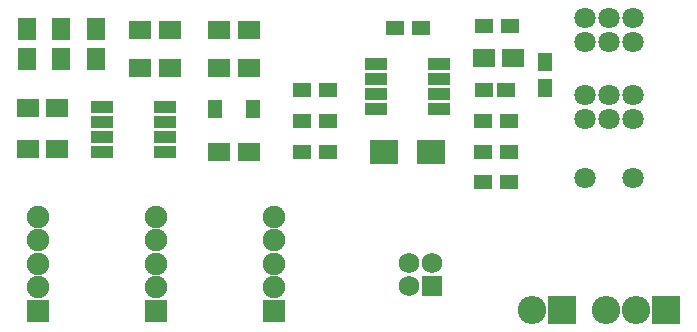
<source format=gts>
G04 #@! TF.FileFunction,Soldermask,Top*
%FSLAX46Y46*%
G04 Gerber Fmt 4.6, Leading zero omitted, Abs format (unit mm)*
G04 Created by KiCad (PCBNEW 4.0.4-1.fc24-product) date Thu Jan 11 10:47:53 2018*
%MOMM*%
%LPD*%
G01*
G04 APERTURE LIST*
%ADD10C,0.100000*%
%ADD11O,2.398980X2.398980*%
%ADD12R,2.398980X2.398980*%
%ADD13R,1.650000X1.900000*%
%ADD14R,2.400000X2.000000*%
%ADD15R,1.900000X1.650000*%
%ADD16R,1.310000X1.620000*%
%ADD17R,1.950000X1.000000*%
%ADD18R,1.750000X1.750000*%
%ADD19C,1.750000*%
%ADD20R,1.600000X1.300000*%
%ADD21R,1.900000X1.900000*%
%ADD22C,1.900000*%
%ADD23R,1.600000X1.150000*%
%ADD24R,1.300000X1.600000*%
%ADD25C,1.800000*%
G04 APERTURE END LIST*
D10*
D11*
X172120000Y-107500000D03*
D12*
X177200000Y-107500000D03*
D11*
X174660000Y-107500000D03*
D13*
X128900000Y-86250000D03*
X128900000Y-83750000D03*
D14*
X153300000Y-94100000D03*
X157300000Y-94100000D03*
D15*
X139350000Y-87000000D03*
X141850000Y-87000000D03*
D13*
X126000000Y-86250000D03*
X126000000Y-83750000D03*
D15*
X139350000Y-83800000D03*
X141850000Y-83800000D03*
D13*
X123100000Y-83750000D03*
X123100000Y-86250000D03*
D15*
X123150000Y-90400000D03*
X125650000Y-90400000D03*
X164250000Y-86200000D03*
X161750000Y-86200000D03*
D16*
X142235000Y-90500000D03*
X138965000Y-90500000D03*
D17*
X134800000Y-94105000D03*
X134800000Y-92835000D03*
X134800000Y-91565000D03*
X134800000Y-90295000D03*
X129400000Y-90295000D03*
X129400000Y-91565000D03*
X129400000Y-92835000D03*
X129400000Y-94105000D03*
D15*
X132650000Y-83800000D03*
X135150000Y-83800000D03*
X132650000Y-87000000D03*
X135150000Y-87000000D03*
X125650000Y-93900000D03*
X123150000Y-93900000D03*
D11*
X165860000Y-107500000D03*
D12*
X168400000Y-107500000D03*
D18*
X157400000Y-105500000D03*
D19*
X155400000Y-105500000D03*
X157400000Y-103500000D03*
X155400000Y-103500000D03*
D20*
X148600000Y-94100000D03*
X146400000Y-94100000D03*
X148600000Y-91500000D03*
X146400000Y-91500000D03*
X146400000Y-88900000D03*
X148600000Y-88900000D03*
X161700000Y-94100000D03*
X163900000Y-94100000D03*
X161700000Y-96700000D03*
X163900000Y-96700000D03*
X156400000Y-83600000D03*
X154200000Y-83600000D03*
X161700000Y-91500000D03*
X163900000Y-91500000D03*
X164000000Y-83500000D03*
X161800000Y-83500000D03*
D17*
X152600000Y-86695000D03*
X152600000Y-87965000D03*
X152600000Y-89235000D03*
X152600000Y-90505000D03*
X158000000Y-90505000D03*
X158000000Y-89235000D03*
X158000000Y-87965000D03*
X158000000Y-86695000D03*
D21*
X144000000Y-107600000D03*
D22*
X144000000Y-105600000D03*
X144000000Y-103600000D03*
X144000000Y-101600000D03*
X144000000Y-99600000D03*
D21*
X134000000Y-107600000D03*
D22*
X134000000Y-105600000D03*
X134000000Y-103600000D03*
X134000000Y-101600000D03*
X134000000Y-99600000D03*
D21*
X124000000Y-107600000D03*
D22*
X124000000Y-105600000D03*
X124000000Y-103600000D03*
X124000000Y-101600000D03*
X124000000Y-99600000D03*
D23*
X161750000Y-88900000D03*
X163650000Y-88900000D03*
D15*
X141850000Y-94100000D03*
X139350000Y-94100000D03*
D24*
X166900000Y-88700000D03*
X166900000Y-86500000D03*
D25*
X170350000Y-82800000D03*
X172350000Y-82800000D03*
X174350000Y-96300000D03*
X174350000Y-82800000D03*
X172350000Y-91300000D03*
X170350000Y-96300000D03*
X174350000Y-84800000D03*
X172350000Y-84800000D03*
X170350000Y-84800000D03*
X174350000Y-89300000D03*
X172350000Y-89300000D03*
X170350000Y-89300000D03*
X174350000Y-91300000D03*
X170350000Y-91300000D03*
M02*

</source>
